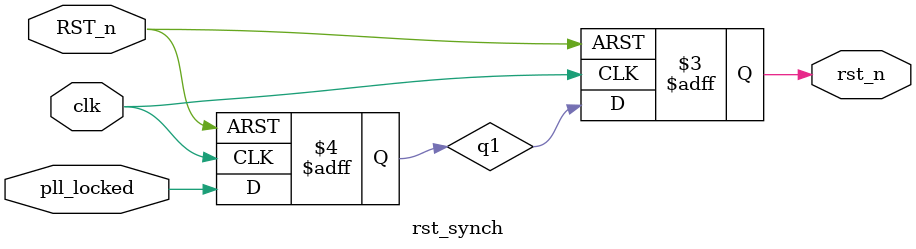
<source format=v>
module rst_synch(clk,RST_n,pll_locked,rst_n);

input clk;           // 50MHz clock
input RST_n;         // non synched reset from push button
input pll_locked;    // don't deassert reset till PLL is locked
output reg rst_n;    // synched on deassert to negedge of clock

reg q1;

////////////////////////////////////////////////
// rst_n is asserted asynch, but deasserted  //
// syncronized to negedge clock.  Two flops //
// are used for metastability purposes.    //
////////////////////////////////////////////
always @(negedge clk, negedge RST_n)
  if (!RST_n)
    begin
      q1    <= 1'b0;
      rst_n <= 1'b0;
    end
  else
    begin
      q1    <= pll_locked;
      rst_n <= q1;
    end

endmodule
</source>
